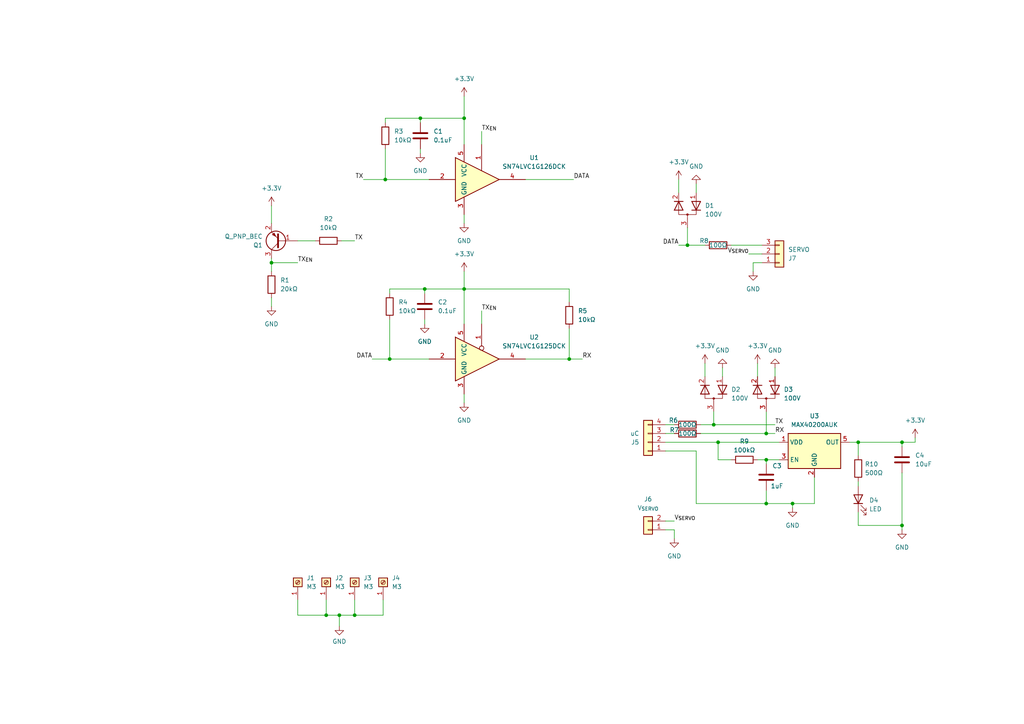
<source format=kicad_sch>
(kicad_sch (version 20231120) (generator "eeschema") (generator_version "8.0")
  (paper "A4")
  (lib_symbols
    (symbol "74xGxx:SN74LVC1G125DCK"
      (property "Reference" "U" (at -10.16 7.62 0))
      (property "Value" "SN74LVC1G125DCK" (at 2.54 -7.62 0))
      (symbol "SN74LVC1G125DCK_0_1"
        (polyline (pts (xy -7.62 6.35) (xy -7.62 -6.35) (xy 5.08 0) (xy -7.62 6.35)) (stroke (width 0.254)) (fill (type background)))
      )
      (symbol "SN74LVC1G125DCK_1_1"
        (pin input inverted (at 0 10.16 270) (length 7.62) (name "~") (number "1"))
        (pin input line (at -15.24 0 0) (length 7.62) (name "~") (number "2"))
        (pin power_in line (at -5.08 -10.16 90) (length 5.08) (name "GND") (number "3"))
        (pin tri_state line (at 12.7 0 180) (length 7.62) (name "~") (number "4"))
        (pin power_in line (at -5.08 10.16 270) (length 5.08) (name "VCC") (number "5"))
      )
    )
    (symbol "Analog_Switch:MAX40200AUK"
      (property "Reference" "U" (at -6.35 6.35 0))
      (property "Value" "MAX40200AUK" (at 7.62 6.35 0))
      (symbol "MAX40200AUK_1_1"
        (rectangle (start -7.62 -5.08) (end 7.62 5.08) (stroke (width 0.254)) (fill (type background)))
        (pin power_in line (at -10.16 2.54 0) (length 2.54) (name "VDD") (number "1"))
        (pin power_in line (at 0 -7.62 90) (length 2.54) (name "GND") (number "2"))
        (pin input line (at -10.16 -2.54 0) (length 2.54) (name "EN") (number "3"))
        (pin no_connect line (at 7.62 -2.54 180) (length 2.54) hide (name "NC") (number "4"))
        (pin passive line (at 10.16 2.54 180) (length 2.54) (name "OUT") (number "5"))
      )
    )
    (symbol "Connector:Screw_Terminal_01x01" (pin_names (offset 1.016) hide)
      (property "Reference" "J" (at 0 2.54 0))
      (property "Value" "Screw_Terminal_01x01" (at 0 -2.54 0))
      (symbol "Screw_Terminal_01x01_1_1"
        (rectangle (start -1.27 1.27) (end 1.27 -1.27) (stroke (width 0.254)) (fill (type background)))
        (polyline (pts (xy -0.5334 0.3302) (xy 0.3302 -0.508)) (stroke (width 0.1524)))
        (polyline (pts (xy -0.3556 0.508) (xy 0.508 -0.3302)) (stroke (width 0.1524)))
        (circle (center 0 0) (radius 0.635) (stroke (width 0.1524)))
        (pin passive line (at -5.08 0 0) (length 3.81) (name "Pin_1") (number "1"))
      )
    )
    (symbol "Connector_Generic:Conn_01x02" (pin_names (offset 1.016) hide)
      (property "Reference" "J" (at 0 2.54 0))
      (property "Value" "Conn_01x02" (at 0 -5.08 0))
      (symbol "Conn_01x02_1_1"
        (rectangle (start -1.27 -2.413) (end 0 -2.667) (stroke (width 0.1524)))
        (rectangle (start -1.27 0.127) (end 0 -0.127) (stroke (width 0.1524)))
        (rectangle (start -1.27 1.27) (end 1.27 -3.81) (stroke (width 0.254)) (fill (type background)))
        (pin passive line (at -5.08 0 0) (length 3.81) (name "Pin_1") (number "1"))
        (pin passive line (at -5.08 -2.54 0) (length 3.81) (name "Pin_2") (number "2"))
      )
    )
    (symbol "Connector_Generic:Conn_01x03" (pin_names (offset 1.016) hide)
      (property "Reference" "J" (at 0 5.08 0))
      (property "Value" "Conn_01x03" (at 0 -5.08 0))
      (symbol "Conn_01x03_1_1"
        (rectangle (start -1.27 -2.413) (end 0 -2.667) (stroke (width 0.1524)))
        (rectangle (start -1.27 0.127) (end 0 -0.127) (stroke (width 0.1524)))
        (rectangle (start -1.27 2.667) (end 0 2.413) (stroke (width 0.1524)))
        (rectangle (start -1.27 3.81) (end 1.27 -3.81) (stroke (width 0.254)) (fill (type background)))
        (pin passive line (at -5.08 2.54 0) (length 3.81) (name "Pin_1") (number "1"))
        (pin passive line (at -5.08 0 0) (length 3.81) (name "Pin_2") (number "2"))
        (pin passive line (at -5.08 -2.54 0) (length 3.81) (name "Pin_3") (number "3"))
      )
    )
    (symbol "Connector_Generic:Conn_01x04" (pin_names (offset 1.016) hide)
      (property "Reference" "J" (at 0 5.08 0))
      (property "Value" "Conn_01x04" (at 0 -7.62 0))
      (symbol "Conn_01x04_1_1"
        (rectangle (start -1.27 -4.953) (end 0 -5.207) (stroke (width 0.1524)))
        (rectangle (start -1.27 -2.413) (end 0 -2.667) (stroke (width 0.1524)))
        (rectangle (start -1.27 0.127) (end 0 -0.127) (stroke (width 0.1524)))
        (rectangle (start -1.27 2.667) (end 0 2.413) (stroke (width 0.1524)))
        (rectangle (start -1.27 3.81) (end 1.27 -6.35) (stroke (width 0.254)) (fill (type background)))
        (pin passive line (at -5.08 2.54 0) (length 3.81) (name "Pin_1") (number "1"))
        (pin passive line (at -5.08 0 0) (length 3.81) (name "Pin_2") (number "2"))
        (pin passive line (at -5.08 -2.54 0) (length 3.81) (name "Pin_3") (number "3"))
        (pin passive line (at -5.08 -5.08 0) (length 3.81) (name "Pin_4") (number "4"))
      )
    )
    (symbol "Device:C" (pin_numbers hide) (pin_names (offset 0.254))
      (property "Reference" "C" (at 0.635 2.54 0))
      (property "Value" "C" (at 0.635 -2.54 0))
      (symbol "C_0_1"
        (polyline (pts (xy -2.032 -0.762) (xy 2.032 -0.762)) (stroke (width 0.508)))
        (polyline (pts (xy -2.032 0.762) (xy 2.032 0.762)) (stroke (width 0.508)))
      )
      (symbol "C_1_1"
        (pin passive line (at 0 3.81 270) (length 2.794) (name "~") (number "1"))
        (pin passive line (at 0 -3.81 90) (length 2.794) (name "~") (number "2"))
      )
    )
    (symbol "Device:D_Dual_Series_AKC_Parallel" (pin_names (offset 0.762) hide)
      (property "Reference" "D" (at 0 5.08 0))
      (property "Value" "D_Dual_Series_AKC_Parallel" (at 0 -5.08 0))
      (symbol "D_Dual_Series_AKC_Parallel_0_0"
        (polyline (pts (xy 0 -1.27) (xy 0 -3.81)) (stroke (width 0.254)))
        (polyline (pts (xy 2.54 3.81) (xy 2.54 1.27)) (stroke (width 0.254)))
      )
      (symbol "D_Dual_Series_AKC_Parallel_0_1"
        (circle (center -1.27 0) (radius 0.254) (fill (type outline)))
        (polyline (pts (xy -1.27 0) (xy -2.54 0)))
        (polyline (pts (xy 2.54 2.54) (xy -1.27 2.54) (xy -1.27 -2.54) (xy 2.54 -2.54)))
        (polyline (pts (xy 0 3.81) (xy 2.54 2.54) (xy 0 1.27) (xy 0 3.81) (xy 0 3.81) (xy 0 3.81)) (stroke (width 0.254)))
        (polyline (pts (xy 2.54 -1.27) (xy 0 -2.54) (xy 2.54 -3.81) (xy 2.54 -1.27) (xy 2.54 -1.27) (xy 2.54 -1.27)) (stroke (width 0.254)))
        (pin passive line (at 5.08 -2.54 180) (length 2.54) (name "K") (number "1"))
        (pin passive line (at 5.08 2.54 180) (length 2.54) (name "K") (number "2"))
        (pin passive line (at -5.08 0 0) (length 2.54) (name "A") (number "3"))
      )
    )
    (symbol "Device:LED" (pin_numbers hide) (pin_names (offset 1.016) hide)
      (property "Reference" "D" (at 0 2.54 0))
      (property "Value" "LED" (at 0 -2.54 0))
      (symbol "LED_0_1"
        (polyline (pts (xy -1.27 -1.27) (xy -1.27 1.27)) (stroke (width 0.254)))
        (polyline (pts (xy -1.27 0) (xy 1.27 0)))
        (polyline (pts (xy 1.27 -1.27) (xy 1.27 1.27) (xy -1.27 0) (xy 1.27 -1.27)) (stroke (width 0.254)))
        (polyline (pts (xy -3.048 -0.762) (xy -4.572 -2.286) (xy -3.81 -2.286) (xy -4.572 -2.286) (xy -4.572 -1.524)))
        (polyline (pts (xy -1.778 -0.762) (xy -3.302 -2.286) (xy -2.54 -2.286) (xy -3.302 -2.286) (xy -3.302 -1.524)))
      )
      (symbol "LED_1_1"
        (pin passive line (at -3.81 0 0) (length 2.54) (name "K") (number "1"))
        (pin passive line (at 3.81 0 180) (length 2.54) (name "A") (number "2"))
      )
    )
    (symbol "Device:Q_PNP_BEC" (pin_names (offset 0) hide)
      (property "Reference" "Q" (at 5.08 1.27 0))
      (property "Value" "Q_PNP_BEC" (at 5.08 -1.27 0))
      (symbol "Q_PNP_BEC_0_1"
        (polyline (pts (xy 0.635 0.635) (xy 2.54 2.54)))
        (polyline (pts (xy 0.635 -0.635) (xy 2.54 -2.54) (xy 2.54 -2.54)))
        (polyline (pts (xy 0.635 1.905) (xy 0.635 -1.905) (xy 0.635 -1.905)) (stroke (width 0.508)))
        (polyline (pts (xy 2.286 -1.778) (xy 1.778 -2.286) (xy 1.27 -1.27) (xy 2.286 -1.778) (xy 2.286 -1.778)) (fill (type outline)))
        (circle (center 1.27 0) (radius 2.8194) (stroke (width 0.254)))
      )
      (symbol "Q_PNP_BEC_1_1"
        (pin input line (at -5.08 0 0) (length 5.715) (name "B") (number "1"))
        (pin passive line (at 2.54 -5.08 90) (length 2.54) (name "E") (number "2"))
        (pin passive line (at 2.54 5.08 270) (length 2.54) (name "C") (number "3"))
      )
    )
    (symbol "Device:R" (pin_numbers hide) (pin_names (offset 0))
      (property "Reference" "R" (at 2.032 0 90))
      (property "Value" "R" (at 0 0 90))
      (symbol "R_0_1"
        (rectangle (start -1.016 -2.54) (end 1.016 2.54) (stroke (width 0.254)))
      )
      (symbol "R_1_1"
        (pin passive line (at 0 3.81 270) (length 1.27) (name "~") (number "1"))
        (pin passive line (at 0 -3.81 90) (length 1.27) (name "~") (number "2"))
      )
    )
    (symbol "LogicICs:SN74LVC1G126DCK"
      (property "Reference" "U" (at -10.16 7.62 0))
      (property "Value" "SN74LVC1G126DCK" (at 2.54 -7.62 0))
      (symbol "SN74LVC1G126DCK_0_1"
        (polyline (pts (xy -7.62 6.35) (xy -7.62 -6.35) (xy 5.08 0) (xy -7.62 6.35)) (stroke (width 0.254)) (fill (type background)))
      )
      (symbol "SN74LVC1G126DCK_1_1"
        (pin input line (at 0 10.16 270) (length 7.62) (name "~") (number "1"))
        (pin input line (at -15.24 0 0) (length 7.62) (name "~") (number "2"))
        (pin power_in line (at -5.08 -10.16 90) (length 5.08) (name "GND") (number "3"))
        (pin tri_state line (at 12.7 0 180) (length 7.62) (name "~") (number "4"))
        (pin power_in line (at -5.08 10.16 270) (length 5.08) (name "VCC") (number "5"))
      )
    )
    (symbol "power:+3.3V" (power) (pin_names (offset 0))
      (property "Value" "+3.3V" (at 0 3.556 0))
      (symbol "+3.3V_0_1"
        (polyline (pts (xy -0.762 1.27) (xy 0 2.54)))
        (polyline (pts (xy 0 0) (xy 0 2.54)))
        (polyline (pts (xy 0 2.54) (xy 0.762 1.27)))
      )
      (symbol "+3.3V_1_1"
        (pin power_in line (at 0 0 90) (length 0) hide (name "+3.3V") (number "1"))
      )
    )
    (symbol "power:GND" (power) (pin_names (offset 0))
      (property "Value" "GND" (at 0 -3.81 0))
      (symbol "GND_0_1"
        (polyline (pts (xy 0 0) (xy 0 -1.27) (xy 1.27 -1.27) (xy 0 -2.54) (xy -1.27 -1.27) (xy 0 -1.27)))
      )
      (symbol "GND_1_1"
        (pin power_in line (at 0 0 270) (length 0) hide (name "GND") (number "1"))
      )
    )
  )
  (junction (at 134.62 83.82))
  (junction (at 208.28 128.27))
  (junction (at 222.25 146.05))
  (junction (at 207.01 123.19))
  (junction (at 98.425 178.435))
  (junction (at 261.62 152.4))
  (junction (at 134.62 34.29))
  (junction (at 102.87 178.435))
  (junction (at 229.87 146.05))
  (junction (at 222.25 133.35))
  (junction (at 113.03 104.14))
  (junction (at 248.92 128.27))
  (junction (at 111.76 52.07))
  (junction (at 121.92 34.29))
  (junction (at 261.62 128.27))
  (junction (at 165.1 104.14))
  (junction (at 199.39 71.12))
  (junction (at 94.615 178.435))
  (junction (at 222.25 125.73))
  (junction (at 123.19 83.82))
  (junction (at 78.74 76.2))
  (wire (pts (xy 199.39 66.04) (xy 199.39 71.12)))
  (wire (pts (xy 99.06 69.85) (xy 102.87 69.85)))
  (wire (pts (xy 113.03 92.71) (xy 113.03 104.14)))
  (wire (pts (xy 208.28 128.27) (xy 208.28 133.35)))
  (wire (pts (xy 152.4 52.07) (xy 166.37 52.07)))
  (wire (pts (xy 94.615 178.435) (xy 98.425 178.435)))
  (wire (pts (xy 121.92 43.18) (xy 121.92 44.45)))
  (wire (pts (xy 193.04 125.73) (xy 195.58 125.73)))
  (wire (pts (xy 209.55 106.68) (xy 209.55 109.22)))
  (wire (pts (xy 195.58 153.67) (xy 195.58 156.21)))
  (wire (pts (xy 201.93 53.34) (xy 201.93 55.88)))
  (wire (pts (xy 134.62 34.29) (xy 134.62 41.91)))
  (wire (pts (xy 121.92 35.56) (xy 121.92 34.29)))
  (wire (pts (xy 134.62 114.3) (xy 134.62 116.84)))
  (wire (pts (xy 111.76 52.07) (xy 111.76 43.18)))
  (wire (pts (xy 78.74 86.36) (xy 78.74 88.9)))
  (wire (pts (xy 165.1 104.14) (xy 168.91 104.14)))
  (wire (pts (xy 224.79 106.68) (xy 224.79 109.22)))
  (wire (pts (xy 222.25 119.38) (xy 222.25 125.73)))
  (wire (pts (xy 139.7 38.1) (xy 139.7 41.91)))
  (wire (pts (xy 201.93 130.81) (xy 193.04 130.81)))
  (wire (pts (xy 222.25 133.35) (xy 222.25 134.62)))
  (wire (pts (xy 165.1 83.82) (xy 165.1 87.63)))
  (wire (pts (xy 212.09 133.35) (xy 208.28 133.35)))
  (wire (pts (xy 246.38 128.27) (xy 248.92 128.27)))
  (wire (pts (xy 261.62 152.4) (xy 261.62 153.67)))
  (wire (pts (xy 261.62 128.27) (xy 265.43 128.27)))
  (wire (pts (xy 121.92 34.29) (xy 134.62 34.29)))
  (wire (pts (xy 139.7 90.17) (xy 139.7 93.98)))
  (wire (pts (xy 113.03 104.14) (xy 124.46 104.14)))
  (wire (pts (xy 201.93 146.05) (xy 201.93 130.81)))
  (wire (pts (xy 165.1 95.25) (xy 165.1 104.14)))
  (wire (pts (xy 196.85 52.07) (xy 196.85 55.88)))
  (wire (pts (xy 220.98 76.2) (xy 218.44 76.2)))
  (wire (pts (xy 261.62 137.16) (xy 261.62 152.4)))
  (wire (pts (xy 86.36 173.99) (xy 86.36 178.435)))
  (wire (pts (xy 134.62 83.82) (xy 134.62 93.98)))
  (wire (pts (xy 98.425 178.435) (xy 102.87 178.435)))
  (wire (pts (xy 102.87 178.435) (xy 102.87 173.99)))
  (wire (pts (xy 193.04 123.19) (xy 195.58 123.19)))
  (wire (pts (xy 123.19 92.71) (xy 123.19 93.98)))
  (wire (pts (xy 222.25 146.05) (xy 201.93 146.05)))
  (wire (pts (xy 102.87 178.435) (xy 111.125 178.435)))
  (wire (pts (xy 111.125 178.435) (xy 111.125 173.99)))
  (wire (pts (xy 94.615 173.99) (xy 94.615 178.435)))
  (wire (pts (xy 193.04 153.67) (xy 195.58 153.67)))
  (wire (pts (xy 199.39 71.12) (xy 204.47 71.12)))
  (wire (pts (xy 111.76 34.29) (xy 121.92 34.29)))
  (wire (pts (xy 134.62 27.94) (xy 134.62 34.29)))
  (wire (pts (xy 78.74 76.2) (xy 86.36 76.2)))
  (wire (pts (xy 78.74 76.2) (xy 78.74 78.74)))
  (wire (pts (xy 219.71 105.41) (xy 219.71 109.22)))
  (wire (pts (xy 193.04 151.13) (xy 195.58 151.13)))
  (wire (pts (xy 207.01 119.38) (xy 207.01 123.19)))
  (wire (pts (xy 219.71 133.35) (xy 222.25 133.35)))
  (wire (pts (xy 265.43 127) (xy 265.43 128.27)))
  (wire (pts (xy 248.92 128.27) (xy 248.92 132.08)))
  (wire (pts (xy 165.1 104.14) (xy 152.4 104.14)))
  (wire (pts (xy 107.95 104.14) (xy 113.03 104.14)))
  (wire (pts (xy 236.22 146.05) (xy 236.22 138.43)))
  (wire (pts (xy 123.19 85.09) (xy 123.19 83.82)))
  (wire (pts (xy 248.92 128.27) (xy 261.62 128.27)))
  (wire (pts (xy 124.46 52.07) (xy 111.76 52.07)))
  (wire (pts (xy 212.09 71.12) (xy 220.98 71.12)))
  (wire (pts (xy 248.92 139.7) (xy 248.92 140.97)))
  (wire (pts (xy 111.76 35.56) (xy 111.76 34.29)))
  (wire (pts (xy 134.62 78.74) (xy 134.62 83.82)))
  (wire (pts (xy 229.87 146.05) (xy 236.22 146.05)))
  (wire (pts (xy 222.25 133.35) (xy 226.06 133.35)))
  (wire (pts (xy 229.87 146.05) (xy 229.87 147.32)))
  (wire (pts (xy 204.47 105.41) (xy 204.47 109.22)))
  (wire (pts (xy 113.03 83.82) (xy 123.19 83.82)))
  (wire (pts (xy 248.92 148.59) (xy 248.92 152.4)))
  (wire (pts (xy 196.85 71.12) (xy 199.39 71.12)))
  (wire (pts (xy 86.36 69.85) (xy 91.44 69.85)))
  (wire (pts (xy 222.25 142.24) (xy 222.25 146.05)))
  (wire (pts (xy 218.44 76.2) (xy 218.44 78.74)))
  (wire (pts (xy 98.425 178.435) (xy 98.425 181.61)))
  (wire (pts (xy 134.62 83.82) (xy 165.1 83.82)))
  (wire (pts (xy 222.25 125.73) (xy 224.79 125.73)))
  (wire (pts (xy 203.2 125.73) (xy 222.25 125.73)))
  (wire (pts (xy 78.74 59.69) (xy 78.74 64.77)))
  (wire (pts (xy 229.87 146.05) (xy 222.25 146.05)))
  (wire (pts (xy 113.03 85.09) (xy 113.03 83.82)))
  (wire (pts (xy 193.04 128.27) (xy 208.28 128.27)))
  (wire (pts (xy 78.74 74.93) (xy 78.74 76.2)))
  (wire (pts (xy 207.01 123.19) (xy 224.79 123.19)))
  (wire (pts (xy 86.36 178.435) (xy 94.615 178.435)))
  (wire (pts (xy 203.2 123.19) (xy 207.01 123.19)))
  (wire (pts (xy 208.28 128.27) (xy 226.06 128.27)))
  (wire (pts (xy 134.62 83.82) (xy 123.19 83.82)))
  (wire (pts (xy 105.41 52.07) (xy 111.76 52.07)))
  (wire (pts (xy 134.62 62.23) (xy 134.62 64.77)))
  (wire (pts (xy 261.62 128.27) (xy 261.62 129.54)))
  (wire (pts (xy 217.17 73.66) (xy 220.98 73.66)))
  (wire (pts (xy 248.92 152.4) (xy 261.62 152.4)))
  (label "TX_{EN}" (at 139.7 90.17 0))
  (label "RX" (at 224.79 125.73 0))
  (label "V_{SERVO}" (at 195.58 151.13 0))
  (label "TX" (at 102.87 69.85 0))
  (label "DATA" (at 107.95 104.14 180))
  (label "TX" (at 224.79 123.19 0))
  (label "TX_{EN}" (at 86.36 76.2 0))
  (label "TX" (at 105.41 52.07 180))
  (label "TX_{EN}" (at 139.7 38.1 0))
  (label "DATA" (at 166.37 52.07 0))
  (label "V_{SERVO}" (at 217.17 73.66 180))
  (label "RX" (at 168.91 104.14 0))
  (label "DATA" (at 196.85 71.12 180))
  (symbol (lib_id "Connector:Screw_Terminal_01x01") (at 86.36 168.91 90) (unit 1)
    (property "Reference" "J1" (at 88.9 167.64 90) (effects (justify right)))
    (property "Value" "M3" (at 88.9 170.18 90) (effects (justify right)))
    (property "Footprint" "MountingHole:MountingHole_3.2mm_M3_DIN965_Pad" (effects (hide yes)))
  )
  (symbol (lib_id "power:GND") (at 123.19 93.98 0) (unit 1)
    (property "Reference" "#PWR05" (effects (hide yes)))
    (property "Value" "GND" (at 123.19 99.06 0))
  )
  (symbol (lib_id "Device:R") (at 199.39 125.73 90) (mirror x) (unit 1)
    (property "Reference" "R7" (at 195.58 124.714 90))
    (property "Value" "100Ω" (at 199.39 125.73 90))
    (property "Footprint" "Resistor_SMD:R_0805_2012Metric" (effects (hide yes)))
  )
  (symbol (lib_id "power:GND") (at 134.62 64.77 0) (unit 1)
    (property "Reference" "#PWR07" (effects (hide yes)))
    (property "Value" "GND" (at 134.62 69.85 0))
  )
  (symbol (lib_id "power:+3.3V") (at 78.74 59.69 0) (unit 1)
    (property "Reference" "#PWR01" (effects (hide yes)))
    (property "Value" "+3.3V" (at 78.74 54.61 0))
  )
  (symbol (lib_id "Device:D_Dual_Series_AKC_Parallel") (at 207.01 114.3 90) (unit 1)
    (property "Reference" "D2" (at 212.09 112.9665 90) (effects (justify right)))
    (property "Value" "100V" (at 212.09 115.5065 90) (effects (justify right)))
    (property "Footprint" "Package_TO_SOT_SMD:SOT-23-3" (effects (hide yes)))
  )
  (symbol (lib_id "Connector:Screw_Terminal_01x01") (at 111.125 168.91 90) (unit 1)
    (property "Reference" "J4" (at 113.665 167.64 90) (effects (justify right)))
    (property "Value" "M3" (at 113.665 170.18 90) (effects (justify right)))
    (property "Footprint" "MountingHole:MountingHole_3.2mm_M3_DIN965_Pad" (effects (hide yes)))
  )
  (symbol (lib_id "Device:D_Dual_Series_AKC_Parallel") (at 199.39 60.96 90) (unit 1)
    (property "Reference" "D1" (at 204.47 59.6265 90) (effects (justify right)))
    (property "Value" "100V" (at 204.47 62.1665 90) (effects (justify right)))
    (property "Footprint" "Package_TO_SOT_SMD:SOT-23-3" (effects (hide yes)))
  )
  (symbol (lib_id "power:GND") (at 78.74 88.9 0) (unit 1)
    (property "Reference" "#PWR02" (effects (hide yes)))
    (property "Value" "GND" (at 78.74 93.98 0))
  )
  (symbol (lib_id "Device:D_Dual_Series_AKC_Parallel") (at 222.25 114.3 90) (unit 1)
    (property "Reference" "D3" (at 227.33 112.9665 90) (effects (justify right)))
    (property "Value" "100V" (at 227.33 115.5065 90) (effects (justify right)))
    (property "Footprint" "Package_TO_SOT_SMD:SOT-23-3" (effects (hide yes)))
  )
  (symbol (lib_id "power:+3.3V") (at 196.85 52.07 0) (unit 1)
    (property "Reference" "#PWR011" (effects (hide yes)))
    (property "Value" "+3.3V" (at 196.85 46.99 0))
  )
  (symbol (lib_id "power:+3.3V") (at 134.62 78.74 0) (unit 1)
    (property "Reference" "#PWR08" (effects (hide yes)))
    (property "Value" "+3.3V" (at 134.62 73.66 0))
  )
  (symbol (lib_id "power:+3.3V") (at 204.47 105.41 0) (unit 1)
    (property "Reference" "#PWR013" (effects (hide yes)))
    (property "Value" "+3.3V" (at 204.47 100.33 0))
  )
  (symbol (lib_id "Device:LED") (at 248.92 144.78 90) (unit 1)
    (property "Reference" "D4" (at 252.095 145.0975 90) (effects (justify right)))
    (property "Value" "LED" (at 252.095 147.6375 90) (effects (justify right)))
    (property "Footprint" "LED_SMD:LED_0805_2012Metric" (effects (hide yes)))
  )
  (symbol (lib_id "power:GND") (at 201.93 53.34 180) (unit 1)
    (property "Reference" "#PWR012" (effects (hide yes)))
    (property "Value" "GND" (at 201.93 48.26 0))
  )
  (symbol (lib_id "power:GND") (at 224.79 106.68 180) (unit 1)
    (property "Reference" "#PWR017" (effects (hide yes)))
    (property "Value" "GND" (at 224.79 101.6 0))
  )
  (symbol (lib_id "Connector:Screw_Terminal_01x01") (at 94.615 168.91 90) (unit 1)
    (property "Reference" "J2" (at 97.155 167.64 90) (effects (justify right)))
    (property "Value" "M3" (at 97.155 170.18 90) (effects (justify right)))
    (property "Footprint" "MountingHole:MountingHole_3.2mm_M3_DIN965_Pad" (effects (hide yes)))
  )
  (symbol (lib_id "Connector:Screw_Terminal_01x01") (at 102.87 168.91 90) (unit 1)
    (property "Reference" "J3" (at 105.41 167.64 90) (effects (justify right)))
    (property "Value" "M3" (at 105.41 170.18 90) (effects (justify right)))
    (property "Footprint" "MountingHole:MountingHole_3.2mm_M3_DIN965_Pad" (effects (hide yes)))
  )
  (symbol (lib_id "Device:C") (at 123.19 88.9 0) (unit 1)
    (property "Reference" "C2" (at 127 87.63 0) (effects (justify left)))
    (property "Value" "0.1uF" (at 127 90.17 0) (effects (justify left)))
    (property "Footprint" "Capacitor_SMD:C_0805_2012Metric" (effects (hide yes)))
  )
  (symbol (lib_id "Device:R") (at 215.9 133.35 270) (unit 1)
    (property "Reference" "R9" (at 215.9 128.016 90))
    (property "Value" "100kΩ" (at 215.9 130.556 90))
    (property "Footprint" "Resistor_SMD:R_0805_2012Metric" (effects (hide yes)))
  )
  (symbol (lib_id "power:GND") (at 134.62 116.84 0) (unit 1)
    (property "Reference" "#PWR09" (effects (hide yes)))
    (property "Value" "GND" (at 134.62 121.92 0))
  )
  (symbol (lib_id "power:+3.3V") (at 219.71 105.41 0) (unit 1)
    (property "Reference" "#PWR016" (effects (hide yes)))
    (property "Value" "+3.3V" (at 219.71 100.33 0))
  )
  (symbol (lib_id "Device:C") (at 261.62 133.35 0) (unit 1)
    (property "Reference" "C4" (at 265.43 132.08 0) (effects (justify left)))
    (property "Value" "10uF" (at 265.43 134.62 0) (effects (justify left)))
    (property "Footprint" "Capacitor_SMD:C_0805_2012Metric" (effects (hide yes)))
  )
  (symbol (lib_id "Device:R") (at 248.92 135.89 180) (unit 1)
    (property "Reference" "R10" (at 250.825 134.62 0) (effects (justify right)))
    (property "Value" "500Ω" (at 250.825 137.16 0) (effects (justify right)))
    (property "Footprint" "Resistor_SMD:R_0805_2012Metric" (effects (hide yes)))
  )
  (symbol (lib_id "power:GND") (at 218.44 78.74 0) (unit 1)
    (property "Reference" "#PWR015" (effects (hide yes)))
    (property "Value" "GND" (at 218.44 83.82 0))
  )
  (symbol (lib_id "power:GND") (at 98.425 181.61 0) (unit 1)
    (property "Reference" "#PWR03" (effects (hide yes)))
    (property "Value" "GND" (at 98.425 186.055 0))
  )
  (symbol (lib_id "Device:R") (at 199.39 123.19 90) (mirror x) (unit 1)
    (property "Reference" "R6" (at 195.326 121.92 90))
    (property "Value" "100Ω" (at 199.39 123.19 90))
    (property "Footprint" "Resistor_SMD:R_0805_2012Metric" (effects (hide yes)))
  )
  (symbol (lib_id "power:GND") (at 121.92 44.45 0) (unit 1)
    (property "Reference" "#PWR04" (effects (hide yes)))
    (property "Value" "GND" (at 121.92 49.53 0))
  )
  (symbol (lib_id "Device:R") (at 95.25 69.85 90) (unit 1)
    (property "Reference" "R2" (at 95.25 63.5 90))
    (property "Value" "10kΩ" (at 95.25 66.04 90))
    (property "Footprint" "Resistor_SMD:R_0805_2012Metric" (effects (hide yes)))
  )
  (symbol (lib_id "Analog_Switch:MAX40200AUK") (at 236.22 130.81 0) (unit 1)
    (property "Reference" "U3" (at 236.22 120.65 0))
    (property "Value" "MAX40200AUK" (at 236.22 123.19 0))
    (property "Footprint" "Package_TO_SOT_SMD:SOT-23-5" (effects (hide yes)))
    (property "Datasheet" "https://datasheets.maximintegrated.com/en/ds/MAX40200.pdf" (effects (hide yes)))
  )
  (symbol (lib_id "Device:R") (at 208.28 71.12 90) (mirror x) (unit 1)
    (property "Reference" "R8" (at 204.216 69.85 90))
    (property "Value" "100Ω" (at 208.28 71.12 90))
    (property "Footprint" "Resistor_SMD:R_0805_2012Metric" (effects (hide yes)))
  )
  (symbol (lib_id "Connector_Generic:Conn_01x04") (at 187.96 128.27 180) (unit 1)
    (property "Reference" "J5" (at 185.42 128.2701 0) (effects (justify left)))
    (property "Value" "uC" (at 185.42 125.7301 0) (effects (justify left)))
    (property "Footprint" "Connector_PinHeader_2.54mm:PinHeader_1x04_P2.54mm_Vertical" (effects (hide yes)))
    (property "Description" "Generic connector, single row, 01x04, script generated (kicad-library-utils/schlib/autogen/connector/)" (effects (hide yes)))
  )
  (symbol (lib_id "Device:Q_PNP_BEC") (at 81.28 69.85 180) (unit 1)
    (property "Reference" "Q1" (at 76.2 71.1201 0) (effects (justify left)))
    (property "Value" "Q_PNP_BEC" (at 76.2 68.5801 0) (effects (justify left)))
    (property "Footprint" "Package_TO_SOT_SMD:SOT-23-3" (effects (hide yes)))
    (property "Description" "PNP transistor, base/emitter/collector" (effects (hide yes)))
  )
  (symbol (lib_id "Connector_Generic:Conn_01x02") (at 187.96 153.67 180) (unit 1)
    (property "Reference" "J6" (at 187.96 144.78 0))
    (property "Value" "V_{SERVO}" (at 187.96 147.32 0))
    (property "Footprint" "Connector_PinHeader_2.54mm:PinHeader_1x02_P2.54mm_Vertical" (effects (hide yes)))
    (property "Description" "Generic connector, single row, 01x02, script generated (kicad-library-utils/schlib/autogen/connector/)" (effects (hide yes)))
  )
  (symbol (lib_id "Connector_Generic:Conn_01x03") (at 226.06 73.66 0) (mirror x) (unit 1)
    (property "Reference" "J7" (at 228.6 74.9301 0) (effects (justify left)))
    (property "Value" "SERVO" (at 228.6 72.3901 0) (effects (justify left)))
    (property "Footprint" "Connector_PinHeader_2.54mm:PinHeader_1x03_P2.54mm_Vertical" (effects (hide yes)))
    (property "Description" "Generic connector, single row, 01x03, script generated (kicad-library-utils/schlib/autogen/connector/)" (effects (hide yes)))
  )
  (symbol (lib_id "Device:R") (at 165.1 91.44 0) (unit 1)
    (property "Reference" "R5" (at 167.64 90.1699 0) (effects (justify left)))
    (property "Value" "10kΩ" (at 167.64 92.7099 0) (effects (justify left)))
    (property "Footprint" "Resistor_SMD:R_0805_2012Metric" (effects (hide yes)))
  )
  (symbol (lib_id "Device:R") (at 111.76 39.37 0) (unit 1)
    (property "Reference" "R3" (at 114.3 38.0999 0) (effects (justify left)))
    (property "Value" "10kΩ" (at 114.3 40.6399 0) (effects (justify left)))
    (property "Footprint" "Resistor_SMD:R_0805_2012Metric" (effects (hide yes)))
  )
  (symbol (lib_id "power:GND") (at 195.58 156.21 0) (unit 1)
    (property "Reference" "#PWR010" (effects (hide yes)))
    (property "Value" "GND" (at 195.58 161.29 0))
  )
  (symbol (lib_id "74xGxx:SN74LVC1G125DCK") (at 139.7 104.14 0) (unit 1)
    (property "Reference" "U2" (at 154.94 97.8214 0))
    (property "Value" "SN74LVC1G125DCK" (at 154.94 100.3614 0))
    (property "Footprint" "Package_TO_SOT_SMD:Texas_R-PDSO-G5_DCK-5" (effects (hide yes)))
    (property "Datasheet" "http://www.ti.com/lit/ds/symlink/sn74lvc1g125.pdf" (effects (hide yes)))
    (property "Description" "Single Buffer Gate Tri-State, Low-Voltage CMOS, SOT-353" (effects (hide yes)))
  )
  (symbol (lib_id "LogicICs:SN74LVC1G126DCK") (at 139.7 52.07 0) (unit 1)
    (property "Reference" "U1" (at 154.94 45.7514 0))
    (property "Value" "SN74LVC1G126DCK" (at 154.94 48.2914 0))
    (property "Footprint" "Package_TO_SOT_SMD:Texas_R-PDSO-G5_DCK-5" (effects (hide yes)))
    (property "Datasheet" "http://www.ti.com/lit/ds/symlink/sn74lvc1g126.pdf" (effects (hide yes)))
    (property "Description" "Single Buffer Gate Tri-State, Low-Voltage CMOS, SOT-353" (effects (hide yes)))
  )
  (symbol (lib_id "Device:R") (at 113.03 88.9 0) (unit 1)
    (property "Reference" "R4" (at 115.57 87.6299 0) (effects (justify left)))
    (property "Value" "10kΩ" (at 115.57 90.1699 0) (effects (justify left)))
    (property "Footprint" "Resistor_SMD:R_0805_2012Metric" (effects (hide yes)))
  )
  (symbol (lib_id "power:+3.3V") (at 265.43 127 0) (unit 1)
    (property "Reference" "#PWR020" (effects (hide yes)))
    (property "Value" "+3.3V" (at 265.43 121.92 0))
  )
  (symbol (lib_id "Device:R") (at 78.74 82.55 180) (unit 1)
    (property "Reference" "R1" (at 81.28 81.2799 0) (effects (justify right)))
    (property "Value" "20kΩ" (at 81.28 83.8199 0) (effects (justify right)))
    (property "Footprint" "Resistor_SMD:R_0805_2012Metric" (effects (hide yes)))
  )
  (symbol (lib_id "power:+3.3V") (at 134.62 27.94 0) (unit 1)
    (property "Reference" "#PWR06" (effects (hide yes)))
    (property "Value" "+3.3V" (at 134.62 22.86 0))
  )
  (symbol (lib_id "Device:C") (at 121.92 39.37 0) (unit 1)
    (property "Reference" "C1" (at 125.73 38.1 0) (effects (justify left)))
    (property "Value" "0.1uF" (at 125.73 40.64 0) (effects (justify left)))
    (property "Footprint" "Capacitor_SMD:C_0805_2012Metric" (effects (hide yes)))
  )
  (symbol (lib_id "Device:C") (at 222.25 138.43 0) (unit 1)
    (property "Reference" "C3" (at 224.028 135.128 0) (effects (justify left)))
    (property "Value" "1uF" (at 223.52 140.97 0) (effects (justify left)))
    (property "Footprint" "Capacitor_SMD:C_0805_2012Metric" (effects (hide yes)))
  )
  (symbol (lib_id "power:GND") (at 209.55 106.68 180) (unit 1)
    (property "Reference" "#PWR014" (effects (hide yes)))
    (property "Value" "GND" (at 209.55 101.6 0))
  )
  (symbol (lib_id "power:GND") (at 229.87 147.32 0) (unit 1)
    (property "Reference" "#PWR018" (effects (hide yes)))
    (property "Value" "GND" (at 229.87 152.4 0))
  )
  (symbol (lib_id "power:GND") (at 261.62 153.67 0) (unit 1)
    (property "Reference" "#PWR019" (effects (hide yes)))
    (property "Value" "GND" (at 261.62 158.75 0))
  )
)
</source>
